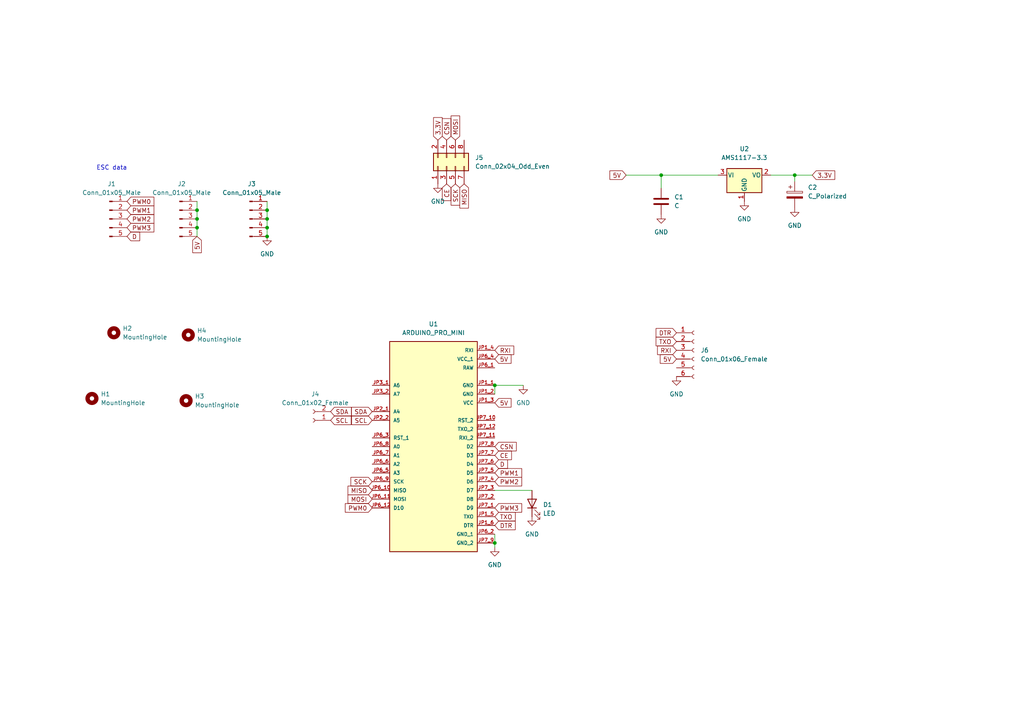
<source format=kicad_sch>
(kicad_sch (version 20211123) (generator eeschema)

  (uuid ad1fd26e-29dc-4c9e-a752-f9de72e44417)

  (paper "A4")

  (lib_symbols
    (symbol "ARDUINO_PRO_MINI:ARDUINO_PRO_MINI" (pin_names (offset 1.016)) (in_bom yes) (on_board yes)
      (property "Reference" "U" (id 0) (at -12.7 31.75 0)
        (effects (font (size 1.27 1.27)) (justify left bottom))
      )
      (property "Value" "ARDUINO_PRO_MINI" (id 1) (at -12.7 -33.02 0)
        (effects (font (size 1.27 1.27)) (justify left bottom))
      )
      (property "Footprint" "MODULE_ARDUINO_PRO_MINI" (id 2) (at 0 0 0)
        (effects (font (size 1.27 1.27)) (justify bottom) hide)
      )
      (property "Datasheet" "" (id 3) (at 0 0 0)
        (effects (font (size 1.27 1.27)) hide)
      )
      (property "PARTREV" "N/A" (id 4) (at 0 0 0)
        (effects (font (size 1.27 1.27)) (justify bottom) hide)
      )
      (property "MAXIMUM_PACKAGE_HEIGHT" "N/A" (id 5) (at 0 0 0)
        (effects (font (size 1.27 1.27)) (justify bottom) hide)
      )
      (property "MANUFACTURER" "SparkFun Electronics" (id 6) (at 0 0 0)
        (effects (font (size 1.27 1.27)) (justify bottom) hide)
      )
      (property "STANDARD" "Manufacturer Recommendations" (id 7) (at 0 0 0)
        (effects (font (size 1.27 1.27)) (justify bottom) hide)
      )
      (symbol "ARDUINO_PRO_MINI_0_0"
        (rectangle (start -12.7 -30.48) (end 12.7 30.48)
          (stroke (width 0.254) (type default) (color 0 0 0 0))
          (fill (type background))
        )
        (pin input line (at 17.78 17.78 180) (length 5.08)
          (name "GND" (effects (font (size 1.016 1.016))))
          (number "JP1_1" (effects (font (size 1.016 1.016))))
        )
        (pin bidirectional line (at 17.78 15.24 180) (length 5.08)
          (name "GND" (effects (font (size 1.016 1.016))))
          (number "JP1_2" (effects (font (size 1.016 1.016))))
        )
        (pin bidirectional line (at 17.78 12.7 180) (length 5.08)
          (name "VCC" (effects (font (size 1.016 1.016))))
          (number "JP1_3" (effects (font (size 1.016 1.016))))
        )
        (pin power_in line (at 17.78 27.94 180) (length 5.08)
          (name "RXI" (effects (font (size 1.016 1.016))))
          (number "JP1_4" (effects (font (size 1.016 1.016))))
        )
        (pin power_in line (at 17.78 -20.32 180) (length 5.08)
          (name "TXO" (effects (font (size 1.016 1.016))))
          (number "JP1_5" (effects (font (size 1.016 1.016))))
        )
        (pin power_in line (at 17.78 -22.86 180) (length 5.08)
          (name "DTR" (effects (font (size 1.016 1.016))))
          (number "JP1_6" (effects (font (size 1.016 1.016))))
        )
        (pin bidirectional line (at -17.78 10.16 0) (length 5.08)
          (name "A4" (effects (font (size 1.016 1.016))))
          (number "JP2_1" (effects (font (size 1.016 1.016))))
        )
        (pin bidirectional line (at -17.78 7.62 0) (length 5.08)
          (name "A5" (effects (font (size 1.016 1.016))))
          (number "JP2_2" (effects (font (size 1.016 1.016))))
        )
        (pin input line (at -17.78 17.78 0) (length 5.08)
          (name "A6" (effects (font (size 1.016 1.016))))
          (number "JP3_1" (effects (font (size 1.016 1.016))))
        )
        (pin input line (at -17.78 15.24 0) (length 5.08)
          (name "A7" (effects (font (size 1.016 1.016))))
          (number "JP3_2" (effects (font (size 1.016 1.016))))
        )
        (pin power_in line (at 17.78 22.86 180) (length 5.08)
          (name "RAW" (effects (font (size 1.016 1.016))))
          (number "JP6_1" (effects (font (size 1.016 1.016))))
        )
        (pin bidirectional line (at -17.78 -12.7 0) (length 5.08)
          (name "MISO" (effects (font (size 1.016 1.016))))
          (number "JP6_10" (effects (font (size 1.016 1.016))))
        )
        (pin bidirectional line (at -17.78 -15.24 0) (length 5.08)
          (name "MOSI" (effects (font (size 1.016 1.016))))
          (number "JP6_11" (effects (font (size 1.016 1.016))))
        )
        (pin bidirectional line (at -17.78 -17.78 0) (length 5.08)
          (name "D10" (effects (font (size 1.016 1.016))))
          (number "JP6_12" (effects (font (size 1.016 1.016))))
        )
        (pin power_in line (at 17.78 -25.4 180) (length 5.08)
          (name "GND_1" (effects (font (size 1.016 1.016))))
          (number "JP6_2" (effects (font (size 1.016 1.016))))
        )
        (pin input line (at -17.78 2.54 0) (length 5.08)
          (name "RST_1" (effects (font (size 1.016 1.016))))
          (number "JP6_3" (effects (font (size 1.016 1.016))))
        )
        (pin power_in line (at 17.78 25.4 180) (length 5.08)
          (name "VCC_1" (effects (font (size 1.016 1.016))))
          (number "JP6_4" (effects (font (size 1.016 1.016))))
        )
        (pin bidirectional line (at -17.78 -7.62 0) (length 5.08)
          (name "A3" (effects (font (size 1.016 1.016))))
          (number "JP6_5" (effects (font (size 1.016 1.016))))
        )
        (pin bidirectional line (at -17.78 -5.08 0) (length 5.08)
          (name "A2" (effects (font (size 1.016 1.016))))
          (number "JP6_6" (effects (font (size 1.016 1.016))))
        )
        (pin bidirectional line (at -17.78 -2.54 0) (length 5.08)
          (name "A1" (effects (font (size 1.016 1.016))))
          (number "JP6_7" (effects (font (size 1.016 1.016))))
        )
        (pin bidirectional line (at -17.78 0 0) (length 5.08)
          (name "A0" (effects (font (size 1.016 1.016))))
          (number "JP6_8" (effects (font (size 1.016 1.016))))
        )
        (pin bidirectional line (at -17.78 -10.16 0) (length 5.08)
          (name "SCK" (effects (font (size 1.016 1.016))))
          (number "JP6_9" (effects (font (size 1.016 1.016))))
        )
        (pin bidirectional line (at 17.78 -17.78 180) (length 5.08)
          (name "D9" (effects (font (size 1.016 1.016))))
          (number "JP7_1" (effects (font (size 1.016 1.016))))
        )
        (pin input line (at 17.78 7.62 180) (length 5.08)
          (name "RST_2" (effects (font (size 1.016 1.016))))
          (number "JP7_10" (effects (font (size 1.016 1.016))))
        )
        (pin bidirectional line (at 17.78 2.54 180) (length 5.08)
          (name "RXI_2" (effects (font (size 1.016 1.016))))
          (number "JP7_11" (effects (font (size 1.016 1.016))))
        )
        (pin bidirectional line (at 17.78 5.08 180) (length 5.08)
          (name "TXO_2" (effects (font (size 1.016 1.016))))
          (number "JP7_12" (effects (font (size 1.016 1.016))))
        )
        (pin bidirectional line (at 17.78 -15.24 180) (length 5.08)
          (name "D8" (effects (font (size 1.016 1.016))))
          (number "JP7_2" (effects (font (size 1.016 1.016))))
        )
        (pin bidirectional line (at 17.78 -12.7 180) (length 5.08)
          (name "D7" (effects (font (size 1.016 1.016))))
          (number "JP7_3" (effects (font (size 1.016 1.016))))
        )
        (pin bidirectional line (at 17.78 -10.16 180) (length 5.08)
          (name "D6" (effects (font (size 1.016 1.016))))
          (number "JP7_4" (effects (font (size 1.016 1.016))))
        )
        (pin bidirectional line (at 17.78 -7.62 180) (length 5.08)
          (name "D5" (effects (font (size 1.016 1.016))))
          (number "JP7_5" (effects (font (size 1.016 1.016))))
        )
        (pin bidirectional line (at 17.78 -5.08 180) (length 5.08)
          (name "D4" (effects (font (size 1.016 1.016))))
          (number "JP7_6" (effects (font (size 1.016 1.016))))
        )
        (pin bidirectional line (at 17.78 -2.54 180) (length 5.08)
          (name "D3" (effects (font (size 1.016 1.016))))
          (number "JP7_7" (effects (font (size 1.016 1.016))))
        )
        (pin bidirectional line (at 17.78 0 180) (length 5.08)
          (name "D2" (effects (font (size 1.016 1.016))))
          (number "JP7_8" (effects (font (size 1.016 1.016))))
        )
        (pin power_in line (at 17.78 -27.94 180) (length 5.08)
          (name "GND_2" (effects (font (size 1.016 1.016))))
          (number "JP7_9" (effects (font (size 1.016 1.016))))
        )
      )
    )
    (symbol "Connector:Conn_01x02_Female" (pin_names (offset 1.016) hide) (in_bom yes) (on_board yes)
      (property "Reference" "J" (id 0) (at 0 2.54 0)
        (effects (font (size 1.27 1.27)))
      )
      (property "Value" "Conn_01x02_Female" (id 1) (at 0 -5.08 0)
        (effects (font (size 1.27 1.27)))
      )
      (property "Footprint" "" (id 2) (at 0 0 0)
        (effects (font (size 1.27 1.27)) hide)
      )
      (property "Datasheet" "~" (id 3) (at 0 0 0)
        (effects (font (size 1.27 1.27)) hide)
      )
      (property "ki_keywords" "connector" (id 4) (at 0 0 0)
        (effects (font (size 1.27 1.27)) hide)
      )
      (property "ki_description" "Generic connector, single row, 01x02, script generated (kicad-library-utils/schlib/autogen/connector/)" (id 5) (at 0 0 0)
        (effects (font (size 1.27 1.27)) hide)
      )
      (property "ki_fp_filters" "Connector*:*_1x??_*" (id 6) (at 0 0 0)
        (effects (font (size 1.27 1.27)) hide)
      )
      (symbol "Conn_01x02_Female_1_1"
        (arc (start 0 -2.032) (mid -0.508 -2.54) (end 0 -3.048)
          (stroke (width 0.1524) (type default) (color 0 0 0 0))
          (fill (type none))
        )
        (polyline
          (pts
            (xy -1.27 -2.54)
            (xy -0.508 -2.54)
          )
          (stroke (width 0.1524) (type default) (color 0 0 0 0))
          (fill (type none))
        )
        (polyline
          (pts
            (xy -1.27 0)
            (xy -0.508 0)
          )
          (stroke (width 0.1524) (type default) (color 0 0 0 0))
          (fill (type none))
        )
        (arc (start 0 0.508) (mid -0.508 0) (end 0 -0.508)
          (stroke (width 0.1524) (type default) (color 0 0 0 0))
          (fill (type none))
        )
        (pin passive line (at -5.08 0 0) (length 3.81)
          (name "Pin_1" (effects (font (size 1.27 1.27))))
          (number "1" (effects (font (size 1.27 1.27))))
        )
        (pin passive line (at -5.08 -2.54 0) (length 3.81)
          (name "Pin_2" (effects (font (size 1.27 1.27))))
          (number "2" (effects (font (size 1.27 1.27))))
        )
      )
    )
    (symbol "Connector:Conn_01x05_Male" (pin_names (offset 1.016) hide) (in_bom yes) (on_board yes)
      (property "Reference" "J" (id 0) (at 0 7.62 0)
        (effects (font (size 1.27 1.27)))
      )
      (property "Value" "Conn_01x05_Male" (id 1) (at 0 -7.62 0)
        (effects (font (size 1.27 1.27)))
      )
      (property "Footprint" "" (id 2) (at 0 0 0)
        (effects (font (size 1.27 1.27)) hide)
      )
      (property "Datasheet" "~" (id 3) (at 0 0 0)
        (effects (font (size 1.27 1.27)) hide)
      )
      (property "ki_keywords" "connector" (id 4) (at 0 0 0)
        (effects (font (size 1.27 1.27)) hide)
      )
      (property "ki_description" "Generic connector, single row, 01x05, script generated (kicad-library-utils/schlib/autogen/connector/)" (id 5) (at 0 0 0)
        (effects (font (size 1.27 1.27)) hide)
      )
      (property "ki_fp_filters" "Connector*:*_1x??_*" (id 6) (at 0 0 0)
        (effects (font (size 1.27 1.27)) hide)
      )
      (symbol "Conn_01x05_Male_1_1"
        (polyline
          (pts
            (xy 1.27 -5.08)
            (xy 0.8636 -5.08)
          )
          (stroke (width 0.1524) (type default) (color 0 0 0 0))
          (fill (type none))
        )
        (polyline
          (pts
            (xy 1.27 -2.54)
            (xy 0.8636 -2.54)
          )
          (stroke (width 0.1524) (type default) (color 0 0 0 0))
          (fill (type none))
        )
        (polyline
          (pts
            (xy 1.27 0)
            (xy 0.8636 0)
          )
          (stroke (width 0.1524) (type default) (color 0 0 0 0))
          (fill (type none))
        )
        (polyline
          (pts
            (xy 1.27 2.54)
            (xy 0.8636 2.54)
          )
          (stroke (width 0.1524) (type default) (color 0 0 0 0))
          (fill (type none))
        )
        (polyline
          (pts
            (xy 1.27 5.08)
            (xy 0.8636 5.08)
          )
          (stroke (width 0.1524) (type default) (color 0 0 0 0))
          (fill (type none))
        )
        (rectangle (start 0.8636 -4.953) (end 0 -5.207)
          (stroke (width 0.1524) (type default) (color 0 0 0 0))
          (fill (type outline))
        )
        (rectangle (start 0.8636 -2.413) (end 0 -2.667)
          (stroke (width 0.1524) (type default) (color 0 0 0 0))
          (fill (type outline))
        )
        (rectangle (start 0.8636 0.127) (end 0 -0.127)
          (stroke (width 0.1524) (type default) (color 0 0 0 0))
          (fill (type outline))
        )
        (rectangle (start 0.8636 2.667) (end 0 2.413)
          (stroke (width 0.1524) (type default) (color 0 0 0 0))
          (fill (type outline))
        )
        (rectangle (start 0.8636 5.207) (end 0 4.953)
          (stroke (width 0.1524) (type default) (color 0 0 0 0))
          (fill (type outline))
        )
        (pin passive line (at 5.08 5.08 180) (length 3.81)
          (name "Pin_1" (effects (font (size 1.27 1.27))))
          (number "1" (effects (font (size 1.27 1.27))))
        )
        (pin passive line (at 5.08 2.54 180) (length 3.81)
          (name "Pin_2" (effects (font (size 1.27 1.27))))
          (number "2" (effects (font (size 1.27 1.27))))
        )
        (pin passive line (at 5.08 0 180) (length 3.81)
          (name "Pin_3" (effects (font (size 1.27 1.27))))
          (number "3" (effects (font (size 1.27 1.27))))
        )
        (pin passive line (at 5.08 -2.54 180) (length 3.81)
          (name "Pin_4" (effects (font (size 1.27 1.27))))
          (number "4" (effects (font (size 1.27 1.27))))
        )
        (pin passive line (at 5.08 -5.08 180) (length 3.81)
          (name "Pin_5" (effects (font (size 1.27 1.27))))
          (number "5" (effects (font (size 1.27 1.27))))
        )
      )
    )
    (symbol "Connector:Conn_01x06_Female" (pin_names (offset 1.016) hide) (in_bom yes) (on_board yes)
      (property "Reference" "J" (id 0) (at 0 7.62 0)
        (effects (font (size 1.27 1.27)))
      )
      (property "Value" "Conn_01x06_Female" (id 1) (at 0 -10.16 0)
        (effects (font (size 1.27 1.27)))
      )
      (property "Footprint" "" (id 2) (at 0 0 0)
        (effects (font (size 1.27 1.27)) hide)
      )
      (property "Datasheet" "~" (id 3) (at 0 0 0)
        (effects (font (size 1.27 1.27)) hide)
      )
      (property "ki_keywords" "connector" (id 4) (at 0 0 0)
        (effects (font (size 1.27 1.27)) hide)
      )
      (property "ki_description" "Generic connector, single row, 01x06, script generated (kicad-library-utils/schlib/autogen/connector/)" (id 5) (at 0 0 0)
        (effects (font (size 1.27 1.27)) hide)
      )
      (property "ki_fp_filters" "Connector*:*_1x??_*" (id 6) (at 0 0 0)
        (effects (font (size 1.27 1.27)) hide)
      )
      (symbol "Conn_01x06_Female_1_1"
        (arc (start 0 -7.112) (mid -0.508 -7.62) (end 0 -8.128)
          (stroke (width 0.1524) (type default) (color 0 0 0 0))
          (fill (type none))
        )
        (arc (start 0 -4.572) (mid -0.508 -5.08) (end 0 -5.588)
          (stroke (width 0.1524) (type default) (color 0 0 0 0))
          (fill (type none))
        )
        (arc (start 0 -2.032) (mid -0.508 -2.54) (end 0 -3.048)
          (stroke (width 0.1524) (type default) (color 0 0 0 0))
          (fill (type none))
        )
        (polyline
          (pts
            (xy -1.27 -7.62)
            (xy -0.508 -7.62)
          )
          (stroke (width 0.1524) (type default) (color 0 0 0 0))
          (fill (type none))
        )
        (polyline
          (pts
            (xy -1.27 -5.08)
            (xy -0.508 -5.08)
          )
          (stroke (width 0.1524) (type default) (color 0 0 0 0))
          (fill (type none))
        )
        (polyline
          (pts
            (xy -1.27 -2.54)
            (xy -0.508 -2.54)
          )
          (stroke (width 0.1524) (type default) (color 0 0 0 0))
          (fill (type none))
        )
        (polyline
          (pts
            (xy -1.27 0)
            (xy -0.508 0)
          )
          (stroke (width 0.1524) (type default) (color 0 0 0 0))
          (fill (type none))
        )
        (polyline
          (pts
            (xy -1.27 2.54)
            (xy -0.508 2.54)
          )
          (stroke (width 0.1524) (type default) (color 0 0 0 0))
          (fill (type none))
        )
        (polyline
          (pts
            (xy -1.27 5.08)
            (xy -0.508 5.08)
          )
          (stroke (width 0.1524) (type default) (color 0 0 0 0))
          (fill (type none))
        )
        (arc (start 0 0.508) (mid -0.508 0) (end 0 -0.508)
          (stroke (width 0.1524) (type default) (color 0 0 0 0))
          (fill (type none))
        )
        (arc (start 0 3.048) (mid -0.508 2.54) (end 0 2.032)
          (stroke (width 0.1524) (type default) (color 0 0 0 0))
          (fill (type none))
        )
        (arc (start 0 5.588) (mid -0.508 5.08) (end 0 4.572)
          (stroke (width 0.1524) (type default) (color 0 0 0 0))
          (fill (type none))
        )
        (pin passive line (at -5.08 5.08 0) (length 3.81)
          (name "Pin_1" (effects (font (size 1.27 1.27))))
          (number "1" (effects (font (size 1.27 1.27))))
        )
        (pin passive line (at -5.08 2.54 0) (length 3.81)
          (name "Pin_2" (effects (font (size 1.27 1.27))))
          (number "2" (effects (font (size 1.27 1.27))))
        )
        (pin passive line (at -5.08 0 0) (length 3.81)
          (name "Pin_3" (effects (font (size 1.27 1.27))))
          (number "3" (effects (font (size 1.27 1.27))))
        )
        (pin passive line (at -5.08 -2.54 0) (length 3.81)
          (name "Pin_4" (effects (font (size 1.27 1.27))))
          (number "4" (effects (font (size 1.27 1.27))))
        )
        (pin passive line (at -5.08 -5.08 0) (length 3.81)
          (name "Pin_5" (effects (font (size 1.27 1.27))))
          (number "5" (effects (font (size 1.27 1.27))))
        )
        (pin passive line (at -5.08 -7.62 0) (length 3.81)
          (name "Pin_6" (effects (font (size 1.27 1.27))))
          (number "6" (effects (font (size 1.27 1.27))))
        )
      )
    )
    (symbol "Connector_Generic:Conn_02x04_Odd_Even" (pin_names (offset 1.016) hide) (in_bom yes) (on_board yes)
      (property "Reference" "J" (id 0) (at 1.27 5.08 0)
        (effects (font (size 1.27 1.27)))
      )
      (property "Value" "Conn_02x04_Odd_Even" (id 1) (at 1.27 -7.62 0)
        (effects (font (size 1.27 1.27)))
      )
      (property "Footprint" "" (id 2) (at 0 0 0)
        (effects (font (size 1.27 1.27)) hide)
      )
      (property "Datasheet" "~" (id 3) (at 0 0 0)
        (effects (font (size 1.27 1.27)) hide)
      )
      (property "ki_keywords" "connector" (id 4) (at 0 0 0)
        (effects (font (size 1.27 1.27)) hide)
      )
      (property "ki_description" "Generic connector, double row, 02x04, odd/even pin numbering scheme (row 1 odd numbers, row 2 even numbers), script generated (kicad-library-utils/schlib/autogen/connector/)" (id 5) (at 0 0 0)
        (effects (font (size 1.27 1.27)) hide)
      )
      (property "ki_fp_filters" "Connector*:*_2x??_*" (id 6) (at 0 0 0)
        (effects (font (size 1.27 1.27)) hide)
      )
      (symbol "Conn_02x04_Odd_Even_1_1"
        (rectangle (start -1.27 -4.953) (end 0 -5.207)
          (stroke (width 0.1524) (type default) (color 0 0 0 0))
          (fill (type none))
        )
        (rectangle (start -1.27 -2.413) (end 0 -2.667)
          (stroke (width 0.1524) (type default) (color 0 0 0 0))
          (fill (type none))
        )
        (rectangle (start -1.27 0.127) (end 0 -0.127)
          (stroke (width 0.1524) (type default) (color 0 0 0 0))
          (fill (type none))
        )
        (rectangle (start -1.27 2.667) (end 0 2.413)
          (stroke (width 0.1524) (type default) (color 0 0 0 0))
          (fill (type none))
        )
        (rectangle (start -1.27 3.81) (end 3.81 -6.35)
          (stroke (width 0.254) (type default) (color 0 0 0 0))
          (fill (type background))
        )
        (rectangle (start 3.81 -4.953) (end 2.54 -5.207)
          (stroke (width 0.1524) (type default) (color 0 0 0 0))
          (fill (type none))
        )
        (rectangle (start 3.81 -2.413) (end 2.54 -2.667)
          (stroke (width 0.1524) (type default) (color 0 0 0 0))
          (fill (type none))
        )
        (rectangle (start 3.81 0.127) (end 2.54 -0.127)
          (stroke (width 0.1524) (type default) (color 0 0 0 0))
          (fill (type none))
        )
        (rectangle (start 3.81 2.667) (end 2.54 2.413)
          (stroke (width 0.1524) (type default) (color 0 0 0 0))
          (fill (type none))
        )
        (pin passive line (at -5.08 2.54 0) (length 3.81)
          (name "Pin_1" (effects (font (size 1.27 1.27))))
          (number "1" (effects (font (size 1.27 1.27))))
        )
        (pin passive line (at 7.62 2.54 180) (length 3.81)
          (name "Pin_2" (effects (font (size 1.27 1.27))))
          (number "2" (effects (font (size 1.27 1.27))))
        )
        (pin passive line (at -5.08 0 0) (length 3.81)
          (name "Pin_3" (effects (font (size 1.27 1.27))))
          (number "3" (effects (font (size 1.27 1.27))))
        )
        (pin passive line (at 7.62 0 180) (length 3.81)
          (name "Pin_4" (effects (font (size 1.27 1.27))))
          (number "4" (effects (font (size 1.27 1.27))))
        )
        (pin passive line (at -5.08 -2.54 0) (length 3.81)
          (name "Pin_5" (effects (font (size 1.27 1.27))))
          (number "5" (effects (font (size 1.27 1.27))))
        )
        (pin passive line (at 7.62 -2.54 180) (length 3.81)
          (name "Pin_6" (effects (font (size 1.27 1.27))))
          (number "6" (effects (font (size 1.27 1.27))))
        )
        (pin passive line (at -5.08 -5.08 0) (length 3.81)
          (name "Pin_7" (effects (font (size 1.27 1.27))))
          (number "7" (effects (font (size 1.27 1.27))))
        )
        (pin passive line (at 7.62 -5.08 180) (length 3.81)
          (name "Pin_8" (effects (font (size 1.27 1.27))))
          (number "8" (effects (font (size 1.27 1.27))))
        )
      )
    )
    (symbol "Device:C" (pin_numbers hide) (pin_names (offset 0.254)) (in_bom yes) (on_board yes)
      (property "Reference" "C" (id 0) (at 0.635 2.54 0)
        (effects (font (size 1.27 1.27)) (justify left))
      )
      (property "Value" "C" (id 1) (at 0.635 -2.54 0)
        (effects (font (size 1.27 1.27)) (justify left))
      )
      (property "Footprint" "" (id 2) (at 0.9652 -3.81 0)
        (effects (font (size 1.27 1.27)) hide)
      )
      (property "Datasheet" "~" (id 3) (at 0 0 0)
        (effects (font (size 1.27 1.27)) hide)
      )
      (property "ki_keywords" "cap capacitor" (id 4) (at 0 0 0)
        (effects (font (size 1.27 1.27)) hide)
      )
      (property "ki_description" "Unpolarized capacitor" (id 5) (at 0 0 0)
        (effects (font (size 1.27 1.27)) hide)
      )
      (property "ki_fp_filters" "C_*" (id 6) (at 0 0 0)
        (effects (font (size 1.27 1.27)) hide)
      )
      (symbol "C_0_1"
        (polyline
          (pts
            (xy -2.032 -0.762)
            (xy 2.032 -0.762)
          )
          (stroke (width 0.508) (type default) (color 0 0 0 0))
          (fill (type none))
        )
        (polyline
          (pts
            (xy -2.032 0.762)
            (xy 2.032 0.762)
          )
          (stroke (width 0.508) (type default) (color 0 0 0 0))
          (fill (type none))
        )
      )
      (symbol "C_1_1"
        (pin passive line (at 0 3.81 270) (length 2.794)
          (name "~" (effects (font (size 1.27 1.27))))
          (number "1" (effects (font (size 1.27 1.27))))
        )
        (pin passive line (at 0 -3.81 90) (length 2.794)
          (name "~" (effects (font (size 1.27 1.27))))
          (number "2" (effects (font (size 1.27 1.27))))
        )
      )
    )
    (symbol "Device:C_Polarized" (pin_numbers hide) (pin_names (offset 0.254)) (in_bom yes) (on_board yes)
      (property "Reference" "C" (id 0) (at 0.635 2.54 0)
        (effects (font (size 1.27 1.27)) (justify left))
      )
      (property "Value" "C_Polarized" (id 1) (at 0.635 -2.54 0)
        (effects (font (size 1.27 1.27)) (justify left))
      )
      (property "Footprint" "" (id 2) (at 0.9652 -3.81 0)
        (effects (font (size 1.27 1.27)) hide)
      )
      (property "Datasheet" "~" (id 3) (at 0 0 0)
        (effects (font (size 1.27 1.27)) hide)
      )
      (property "ki_keywords" "cap capacitor" (id 4) (at 0 0 0)
        (effects (font (size 1.27 1.27)) hide)
      )
      (property "ki_description" "Polarized capacitor" (id 5) (at 0 0 0)
        (effects (font (size 1.27 1.27)) hide)
      )
      (property "ki_fp_filters" "CP_*" (id 6) (at 0 0 0)
        (effects (font (size 1.27 1.27)) hide)
      )
      (symbol "C_Polarized_0_1"
        (rectangle (start -2.286 0.508) (end 2.286 1.016)
          (stroke (width 0) (type default) (color 0 0 0 0))
          (fill (type none))
        )
        (polyline
          (pts
            (xy -1.778 2.286)
            (xy -0.762 2.286)
          )
          (stroke (width 0) (type default) (color 0 0 0 0))
          (fill (type none))
        )
        (polyline
          (pts
            (xy -1.27 2.794)
            (xy -1.27 1.778)
          )
          (stroke (width 0) (type default) (color 0 0 0 0))
          (fill (type none))
        )
        (rectangle (start 2.286 -0.508) (end -2.286 -1.016)
          (stroke (width 0) (type default) (color 0 0 0 0))
          (fill (type outline))
        )
      )
      (symbol "C_Polarized_1_1"
        (pin passive line (at 0 3.81 270) (length 2.794)
          (name "~" (effects (font (size 1.27 1.27))))
          (number "1" (effects (font (size 1.27 1.27))))
        )
        (pin passive line (at 0 -3.81 90) (length 2.794)
          (name "~" (effects (font (size 1.27 1.27))))
          (number "2" (effects (font (size 1.27 1.27))))
        )
      )
    )
    (symbol "Device:LED" (pin_numbers hide) (pin_names (offset 1.016) hide) (in_bom yes) (on_board yes)
      (property "Reference" "D" (id 0) (at 0 2.54 0)
        (effects (font (size 1.27 1.27)))
      )
      (property "Value" "LED" (id 1) (at 0 -2.54 0)
        (effects (font (size 1.27 1.27)))
      )
      (property "Footprint" "" (id 2) (at 0 0 0)
        (effects (font (size 1.27 1.27)) hide)
      )
      (property "Datasheet" "~" (id 3) (at 0 0 0)
        (effects (font (size 1.27 1.27)) hide)
      )
      (property "ki_keywords" "LED diode" (id 4) (at 0 0 0)
        (effects (font (size 1.27 1.27)) hide)
      )
      (property "ki_description" "Light emitting diode" (id 5) (at 0 0 0)
        (effects (font (size 1.27 1.27)) hide)
      )
      (property "ki_fp_filters" "LED* LED_SMD:* LED_THT:*" (id 6) (at 0 0 0)
        (effects (font (size 1.27 1.27)) hide)
      )
      (symbol "LED_0_1"
        (polyline
          (pts
            (xy -1.27 -1.27)
            (xy -1.27 1.27)
          )
          (stroke (width 0.254) (type default) (color 0 0 0 0))
          (fill (type none))
        )
        (polyline
          (pts
            (xy -1.27 0)
            (xy 1.27 0)
          )
          (stroke (width 0) (type default) (color 0 0 0 0))
          (fill (type none))
        )
        (polyline
          (pts
            (xy 1.27 -1.27)
            (xy 1.27 1.27)
            (xy -1.27 0)
            (xy 1.27 -1.27)
          )
          (stroke (width 0.254) (type default) (color 0 0 0 0))
          (fill (type none))
        )
        (polyline
          (pts
            (xy -3.048 -0.762)
            (xy -4.572 -2.286)
            (xy -3.81 -2.286)
            (xy -4.572 -2.286)
            (xy -4.572 -1.524)
          )
          (stroke (width 0) (type default) (color 0 0 0 0))
          (fill (type none))
        )
        (polyline
          (pts
            (xy -1.778 -0.762)
            (xy -3.302 -2.286)
            (xy -2.54 -2.286)
            (xy -3.302 -2.286)
            (xy -3.302 -1.524)
          )
          (stroke (width 0) (type default) (color 0 0 0 0))
          (fill (type none))
        )
      )
      (symbol "LED_1_1"
        (pin passive line (at -3.81 0 0) (length 2.54)
          (name "K" (effects (font (size 1.27 1.27))))
          (number "1" (effects (font (size 1.27 1.27))))
        )
        (pin passive line (at 3.81 0 180) (length 2.54)
          (name "A" (effects (font (size 1.27 1.27))))
          (number "2" (effects (font (size 1.27 1.27))))
        )
      )
    )
    (symbol "Mechanical:MountingHole" (pin_names (offset 1.016)) (in_bom yes) (on_board yes)
      (property "Reference" "H" (id 0) (at 0 5.08 0)
        (effects (font (size 1.27 1.27)))
      )
      (property "Value" "MountingHole" (id 1) (at 0 3.175 0)
        (effects (font (size 1.27 1.27)))
      )
      (property "Footprint" "" (id 2) (at 0 0 0)
        (effects (font (size 1.27 1.27)) hide)
      )
      (property "Datasheet" "~" (id 3) (at 0 0 0)
        (effects (font (size 1.27 1.27)) hide)
      )
      (property "ki_keywords" "mounting hole" (id 4) (at 0 0 0)
        (effects (font (size 1.27 1.27)) hide)
      )
      (property "ki_description" "Mounting Hole without connection" (id 5) (at 0 0 0)
        (effects (font (size 1.27 1.27)) hide)
      )
      (property "ki_fp_filters" "MountingHole*" (id 6) (at 0 0 0)
        (effects (font (size 1.27 1.27)) hide)
      )
      (symbol "MountingHole_0_1"
        (circle (center 0 0) (radius 1.27)
          (stroke (width 1.27) (type default) (color 0 0 0 0))
          (fill (type none))
        )
      )
    )
    (symbol "Regulator_Linear:AMS1117-3.3" (pin_names (offset 0.254)) (in_bom yes) (on_board yes)
      (property "Reference" "U" (id 0) (at -3.81 3.175 0)
        (effects (font (size 1.27 1.27)))
      )
      (property "Value" "AMS1117-3.3" (id 1) (at 0 3.175 0)
        (effects (font (size 1.27 1.27)) (justify left))
      )
      (property "Footprint" "Package_TO_SOT_SMD:SOT-223-3_TabPin2" (id 2) (at 0 5.08 0)
        (effects (font (size 1.27 1.27)) hide)
      )
      (property "Datasheet" "http://www.advanced-monolithic.com/pdf/ds1117.pdf" (id 3) (at 2.54 -6.35 0)
        (effects (font (size 1.27 1.27)) hide)
      )
      (property "ki_keywords" "linear regulator ldo fixed positive" (id 4) (at 0 0 0)
        (effects (font (size 1.27 1.27)) hide)
      )
      (property "ki_description" "1A Low Dropout regulator, positive, 3.3V fixed output, SOT-223" (id 5) (at 0 0 0)
        (effects (font (size 1.27 1.27)) hide)
      )
      (property "ki_fp_filters" "SOT?223*TabPin2*" (id 6) (at 0 0 0)
        (effects (font (size 1.27 1.27)) hide)
      )
      (symbol "AMS1117-3.3_0_1"
        (rectangle (start -5.08 -5.08) (end 5.08 1.905)
          (stroke (width 0.254) (type default) (color 0 0 0 0))
          (fill (type background))
        )
      )
      (symbol "AMS1117-3.3_1_1"
        (pin power_in line (at 0 -7.62 90) (length 2.54)
          (name "GND" (effects (font (size 1.27 1.27))))
          (number "1" (effects (font (size 1.27 1.27))))
        )
        (pin power_out line (at 7.62 0 180) (length 2.54)
          (name "VO" (effects (font (size 1.27 1.27))))
          (number "2" (effects (font (size 1.27 1.27))))
        )
        (pin power_in line (at -7.62 0 0) (length 2.54)
          (name "VI" (effects (font (size 1.27 1.27))))
          (number "3" (effects (font (size 1.27 1.27))))
        )
      )
    )
    (symbol "power:GND" (power) (pin_names (offset 0)) (in_bom yes) (on_board yes)
      (property "Reference" "#PWR" (id 0) (at 0 -6.35 0)
        (effects (font (size 1.27 1.27)) hide)
      )
      (property "Value" "GND" (id 1) (at 0 -3.81 0)
        (effects (font (size 1.27 1.27)))
      )
      (property "Footprint" "" (id 2) (at 0 0 0)
        (effects (font (size 1.27 1.27)) hide)
      )
      (property "Datasheet" "" (id 3) (at 0 0 0)
        (effects (font (size 1.27 1.27)) hide)
      )
      (property "ki_keywords" "power-flag" (id 4) (at 0 0 0)
        (effects (font (size 1.27 1.27)) hide)
      )
      (property "ki_description" "Power symbol creates a global label with name \"GND\" , ground" (id 5) (at 0 0 0)
        (effects (font (size 1.27 1.27)) hide)
      )
      (symbol "GND_0_1"
        (polyline
          (pts
            (xy 0 0)
            (xy 0 -1.27)
            (xy 1.27 -1.27)
            (xy 0 -2.54)
            (xy -1.27 -1.27)
            (xy 0 -1.27)
          )
          (stroke (width 0) (type default) (color 0 0 0 0))
          (fill (type none))
        )
      )
      (symbol "GND_1_1"
        (pin power_in line (at 0 0 270) (length 0) hide
          (name "GND" (effects (font (size 1.27 1.27))))
          (number "1" (effects (font (size 1.27 1.27))))
        )
      )
    )
  )

  (junction (at 77.47 68.58) (diameter 0) (color 0 0 0 0)
    (uuid 2408ae4f-df69-4f27-b984-d182c3bc25a1)
  )
  (junction (at 143.51 111.76) (diameter 0) (color 0 0 0 0)
    (uuid 417e4a6b-7de6-47e1-8bff-e256cac5d66f)
  )
  (junction (at 57.15 60.96) (diameter 0) (color 0 0 0 0)
    (uuid 5d6247a7-6bf5-44ac-a04e-54816c57e95f)
  )
  (junction (at 57.15 66.04) (diameter 0) (color 0 0 0 0)
    (uuid 5d75c2c7-49a1-4012-92a6-cc0db73c3f71)
  )
  (junction (at 77.47 60.96) (diameter 0) (color 0 0 0 0)
    (uuid 93329f6f-f8fb-4310-be3b-f98642f4538d)
  )
  (junction (at 77.47 63.5) (diameter 0) (color 0 0 0 0)
    (uuid b7bd9781-d8d0-4ff2-9430-f672c7475ea8)
  )
  (junction (at 191.77 50.8) (diameter 0) (color 0 0 0 0)
    (uuid cf08ec91-71de-4609-9655-35424d10c479)
  )
  (junction (at 143.51 157.48) (diameter 0) (color 0 0 0 0)
    (uuid e8f9e3c5-97d1-46da-9f88-fd7f9c0df608)
  )
  (junction (at 77.47 66.04) (diameter 0) (color 0 0 0 0)
    (uuid f21922d5-1e50-49ee-9534-4dd857b1756a)
  )
  (junction (at 57.15 63.5) (diameter 0) (color 0 0 0 0)
    (uuid f6f2fa9b-753c-40c0-8d37-b3599adb92b7)
  )
  (junction (at 230.505 50.8) (diameter 0) (color 0 0 0 0)
    (uuid fb15501a-1fa9-4a05-af7e-b321888d6324)
  )

  (wire (pts (xy 57.15 58.42) (xy 57.15 60.96))
    (stroke (width 0) (type default) (color 0 0 0 0))
    (uuid 27bef18e-799e-40fa-a91d-fa053bf43145)
  )
  (wire (pts (xy 230.505 50.8) (xy 235.585 50.8))
    (stroke (width 0) (type default) (color 0 0 0 0))
    (uuid 36ff62e6-dc9b-4fc4-a11d-22cee5533614)
  )
  (wire (pts (xy 77.47 58.42) (xy 77.47 60.96))
    (stroke (width 0) (type default) (color 0 0 0 0))
    (uuid 3ba52aae-75a1-4fac-8797-d9cb0b9abd13)
  )
  (wire (pts (xy 143.51 154.94) (xy 143.51 157.48))
    (stroke (width 0) (type default) (color 0 0 0 0))
    (uuid 3c901041-0911-4c51-a158-ec6c8c0a4e33)
  )
  (wire (pts (xy 143.51 157.48) (xy 143.51 158.75))
    (stroke (width 0) (type default) (color 0 0 0 0))
    (uuid 55699065-2ec1-449f-9db6-309b1439659c)
  )
  (wire (pts (xy 143.51 111.76) (xy 151.765 111.76))
    (stroke (width 0) (type default) (color 0 0 0 0))
    (uuid 6bbc0423-ce71-40db-931c-d638033afbd4)
  )
  (wire (pts (xy 191.77 50.8) (xy 191.77 54.61))
    (stroke (width 0) (type default) (color 0 0 0 0))
    (uuid 72c03d53-e9c5-43f1-80a1-a2aa35988730)
  )
  (wire (pts (xy 208.28 50.8) (xy 191.77 50.8))
    (stroke (width 0) (type default) (color 0 0 0 0))
    (uuid 762b1cc9-c7bd-4323-bd18-f1edffd02382)
  )
  (wire (pts (xy 57.15 63.5) (xy 57.15 66.04))
    (stroke (width 0) (type default) (color 0 0 0 0))
    (uuid 7cbdfdf8-bcb6-4575-a135-d3199fedca0f)
  )
  (wire (pts (xy 77.47 63.5) (xy 77.47 66.04))
    (stroke (width 0) (type default) (color 0 0 0 0))
    (uuid 86fd1b82-2d3e-4142-bb8d-1f9c75b1cbaa)
  )
  (wire (pts (xy 57.15 60.96) (xy 57.15 63.5))
    (stroke (width 0) (type default) (color 0 0 0 0))
    (uuid 95538070-7414-4337-b311-66d91e06b309)
  )
  (wire (pts (xy 143.51 142.24) (xy 154.305 142.24))
    (stroke (width 0) (type default) (color 0 0 0 0))
    (uuid 9d14df87-c0b3-4741-957b-ca5f561ae7d2)
  )
  (wire (pts (xy 57.15 66.04) (xy 57.15 68.58))
    (stroke (width 0) (type default) (color 0 0 0 0))
    (uuid dc0df10d-dfd9-49b4-9099-768a14a3f1f4)
  )
  (wire (pts (xy 223.52 50.8) (xy 230.505 50.8))
    (stroke (width 0) (type default) (color 0 0 0 0))
    (uuid e7f256b7-393d-4c76-9c5b-86bb893c9809)
  )
  (wire (pts (xy 230.505 50.8) (xy 230.505 52.705))
    (stroke (width 0) (type default) (color 0 0 0 0))
    (uuid e837324e-1d8a-4ede-9524-9acdb7d05cf8)
  )
  (wire (pts (xy 77.47 66.04) (xy 77.47 68.58))
    (stroke (width 0) (type default) (color 0 0 0 0))
    (uuid ecc33fe4-44a9-42a8-8b3c-8f4bc4776572)
  )
  (wire (pts (xy 77.47 60.96) (xy 77.47 63.5))
    (stroke (width 0) (type default) (color 0 0 0 0))
    (uuid f0e7d281-e439-4196-875a-5d7cfb4dcce2)
  )
  (wire (pts (xy 181.61 50.8) (xy 191.77 50.8))
    (stroke (width 0) (type default) (color 0 0 0 0))
    (uuid f4c8daad-d6f9-4eb9-b96a-7fadc323a519)
  )
  (wire (pts (xy 143.51 114.3) (xy 143.51 111.76))
    (stroke (width 0) (type default) (color 0 0 0 0))
    (uuid f5574685-bf46-41e5-8dbc-0e63a7e0d0af)
  )

  (text "ESC data" (at 27.94 49.53 0)
    (effects (font (size 1.27 1.27)) (justify left bottom))
    (uuid 267e73ab-96aa-424a-886e-c29d2394f389)
  )

  (global_label "MOSI" (shape input) (at 107.95 144.78 180) (fields_autoplaced)
    (effects (font (size 1.27 1.27)) (justify right))
    (uuid 03399f78-94ea-4ea0-a64a-16dc7cb23c7b)
    (property "Intersheet References" "${INTERSHEET_REFS}" (id 0) (at 100.9407 144.8594 0)
      (effects (font (size 1.27 1.27)) (justify right) hide)
    )
  )
  (global_label "PWM0" (shape input) (at 36.83 58.42 0) (fields_autoplaced)
    (effects (font (size 1.27 1.27)) (justify left))
    (uuid 087e2b52-8c43-43a2-ba5f-bad958fbf945)
    (property "Intersheet References" "${INTERSHEET_REFS}" (id 0) (at 44.6255 58.3406 0)
      (effects (font (size 1.27 1.27)) (justify left) hide)
    )
  )
  (global_label "DTR" (shape input) (at 143.51 152.4 0) (fields_autoplaced)
    (effects (font (size 1.27 1.27)) (justify left))
    (uuid 1bc07ab4-5ba9-4cff-ad30-6fb049be3b62)
    (property "Intersheet References" "${INTERSHEET_REFS}" (id 0) (at 149.4307 152.4794 0)
      (effects (font (size 1.27 1.27)) (justify left) hide)
    )
  )
  (global_label "3.3V" (shape input) (at 127 40.64 90) (fields_autoplaced)
    (effects (font (size 1.27 1.27)) (justify left))
    (uuid 253c9900-653e-4b33-a648-425713755320)
    (property "Intersheet References" "${INTERSHEET_REFS}" (id 0) (at 126.9206 34.1145 90)
      (effects (font (size 1.27 1.27)) (justify left) hide)
    )
  )
  (global_label "SCL" (shape input) (at 95.885 121.92 0) (fields_autoplaced)
    (effects (font (size 1.27 1.27)) (justify left))
    (uuid 25a552da-e22c-4de5-b517-bcdc28a1225c)
    (property "Intersheet References" "${INTERSHEET_REFS}" (id 0) (at 101.8057 121.8406 0)
      (effects (font (size 1.27 1.27)) (justify left) hide)
    )
  )
  (global_label "PWM3" (shape input) (at 36.83 66.04 0) (fields_autoplaced)
    (effects (font (size 1.27 1.27)) (justify left))
    (uuid 31f7c406-1892-4f58-a7b7-9d5ec8861afe)
    (property "Intersheet References" "${INTERSHEET_REFS}" (id 0) (at 44.6255 65.9606 0)
      (effects (font (size 1.27 1.27)) (justify left) hide)
    )
  )
  (global_label "RXI" (shape input) (at 196.215 101.6 180) (fields_autoplaced)
    (effects (font (size 1.27 1.27)) (justify right))
    (uuid 35dae89c-be1e-4cf4-90e5-e1ab4da2e22d)
    (property "Intersheet References" "${INTERSHEET_REFS}" (id 0) (at 190.7176 101.5206 0)
      (effects (font (size 1.27 1.27)) (justify right) hide)
    )
  )
  (global_label "5V" (shape input) (at 196.215 104.14 180) (fields_autoplaced)
    (effects (font (size 1.27 1.27)) (justify right))
    (uuid 379b2035-10ec-4b1e-be6b-aab980edc75c)
    (property "Intersheet References" "${INTERSHEET_REFS}" (id 0) (at 191.5038 104.0606 0)
      (effects (font (size 1.27 1.27)) (justify right) hide)
    )
  )
  (global_label "5V" (shape input) (at 143.51 104.14 0) (fields_autoplaced)
    (effects (font (size 1.27 1.27)) (justify left))
    (uuid 38c8af62-9be2-4e4a-8cee-ecfeaf760fbf)
    (property "Intersheet References" "${INTERSHEET_REFS}" (id 0) (at 148.2212 104.2194 0)
      (effects (font (size 1.27 1.27)) (justify left) hide)
    )
  )
  (global_label "5V" (shape input) (at 57.15 68.58 270) (fields_autoplaced)
    (effects (font (size 1.27 1.27)) (justify right))
    (uuid 3fe2b3b0-c10a-4fbc-8c70-4347fb2b50d7)
    (property "Intersheet References" "${INTERSHEET_REFS}" (id 0) (at 57.0706 73.2912 90)
      (effects (font (size 1.27 1.27)) (justify right) hide)
    )
  )
  (global_label "PWM3" (shape input) (at 143.51 147.32 0) (fields_autoplaced)
    (effects (font (size 1.27 1.27)) (justify left))
    (uuid 40f36a68-7efc-486b-87ac-20e6c48c27d1)
    (property "Intersheet References" "${INTERSHEET_REFS}" (id 0) (at 151.3055 147.2406 0)
      (effects (font (size 1.27 1.27)) (justify left) hide)
    )
  )
  (global_label "RXI" (shape input) (at 143.51 101.6 0) (fields_autoplaced)
    (effects (font (size 1.27 1.27)) (justify left))
    (uuid 45a08627-204a-499f-bb44-e363c5e6322e)
    (property "Intersheet References" "${INTERSHEET_REFS}" (id 0) (at 149.0074 101.6794 0)
      (effects (font (size 1.27 1.27)) (justify left) hide)
    )
  )
  (global_label "3.3V" (shape input) (at 235.585 50.8 0) (fields_autoplaced)
    (effects (font (size 1.27 1.27)) (justify left))
    (uuid 55176487-081e-4dd9-a61c-787aec5b4e12)
    (property "Intersheet References" "${INTERSHEET_REFS}" (id 0) (at 242.1105 50.7206 0)
      (effects (font (size 1.27 1.27)) (justify left) hide)
    )
  )
  (global_label "TXO" (shape input) (at 143.51 149.86 0) (fields_autoplaced)
    (effects (font (size 1.27 1.27)) (justify left))
    (uuid 5cf837e5-1f2a-4df9-ab74-361f868957a8)
    (property "Intersheet References" "${INTERSHEET_REFS}" (id 0) (at 149.4307 149.9394 0)
      (effects (font (size 1.27 1.27)) (justify left) hide)
    )
  )
  (global_label "SCL" (shape input) (at 107.95 121.92 180) (fields_autoplaced)
    (effects (font (size 1.27 1.27)) (justify right))
    (uuid 6d6dc57c-fea9-4cea-ac8e-e0e6becfe2f8)
    (property "Intersheet References" "${INTERSHEET_REFS}" (id 0) (at 102.0293 121.8406 0)
      (effects (font (size 1.27 1.27)) (justify right) hide)
    )
  )
  (global_label "SDA" (shape input) (at 107.95 119.38 180) (fields_autoplaced)
    (effects (font (size 1.27 1.27)) (justify right))
    (uuid 76b63333-879c-46d0-8b3d-9e3f7c916260)
    (property "Intersheet References" "${INTERSHEET_REFS}" (id 0) (at 101.9688 119.3006 0)
      (effects (font (size 1.27 1.27)) (justify right) hide)
    )
  )
  (global_label "PWM1" (shape input) (at 36.83 60.96 0) (fields_autoplaced)
    (effects (font (size 1.27 1.27)) (justify left))
    (uuid 8a0e8847-e184-49cc-a24d-d2c603bbf330)
    (property "Intersheet References" "${INTERSHEET_REFS}" (id 0) (at 44.6255 60.8806 0)
      (effects (font (size 1.27 1.27)) (justify left) hide)
    )
  )
  (global_label "CSN" (shape input) (at 129.54 40.64 90) (fields_autoplaced)
    (effects (font (size 1.27 1.27)) (justify left))
    (uuid 8b902bae-42b0-4e5e-a746-b9cc6472c8b2)
    (property "Intersheet References" "${INTERSHEET_REFS}" (id 0) (at 129.4606 34.4169 90)
      (effects (font (size 1.27 1.27)) (justify left) hide)
    )
  )
  (global_label "5V" (shape input) (at 143.51 116.84 0) (fields_autoplaced)
    (effects (font (size 1.27 1.27)) (justify left))
    (uuid 8de6fa4d-6df6-4923-8d9e-93821ac876a9)
    (property "Intersheet References" "${INTERSHEET_REFS}" (id 0) (at 148.2212 116.9194 0)
      (effects (font (size 1.27 1.27)) (justify left) hide)
    )
  )
  (global_label "5V" (shape input) (at 181.61 50.8 180) (fields_autoplaced)
    (effects (font (size 1.27 1.27)) (justify right))
    (uuid 8e0c5f74-aaaf-4d3b-971b-f683d756dbed)
    (property "Intersheet References" "${INTERSHEET_REFS}" (id 0) (at 176.8988 50.7206 0)
      (effects (font (size 1.27 1.27)) (justify right) hide)
    )
  )
  (global_label "MOSI" (shape input) (at 132.08 40.64 90) (fields_autoplaced)
    (effects (font (size 1.27 1.27)) (justify left))
    (uuid 91455e07-0536-4538-ae08-7610841312a1)
    (property "Intersheet References" "${INTERSHEET_REFS}" (id 0) (at 132.0006 33.6307 90)
      (effects (font (size 1.27 1.27)) (justify left) hide)
    )
  )
  (global_label "MISO" (shape input) (at 107.95 142.24 180) (fields_autoplaced)
    (effects (font (size 1.27 1.27)) (justify right))
    (uuid 945531ca-5d30-4739-a779-04b16db9fdc9)
    (property "Intersheet References" "${INTERSHEET_REFS}" (id 0) (at 100.9407 142.1606 0)
      (effects (font (size 1.27 1.27)) (justify right) hide)
    )
  )
  (global_label "SCK" (shape input) (at 132.08 53.34 270) (fields_autoplaced)
    (effects (font (size 1.27 1.27)) (justify right))
    (uuid 95658206-7a01-4613-a8fe-529d482ac3ef)
    (property "Intersheet References" "${INTERSHEET_REFS}" (id 0) (at 132.0006 59.5026 90)
      (effects (font (size 1.27 1.27)) (justify right) hide)
    )
  )
  (global_label "TXO" (shape input) (at 196.215 99.06 180) (fields_autoplaced)
    (effects (font (size 1.27 1.27)) (justify right))
    (uuid 9942c69e-a6e0-4a55-81ed-21a9a791ce8a)
    (property "Intersheet References" "${INTERSHEET_REFS}" (id 0) (at 190.2943 98.9806 0)
      (effects (font (size 1.27 1.27)) (justify right) hide)
    )
  )
  (global_label "SDA" (shape input) (at 95.885 119.38 0) (fields_autoplaced)
    (effects (font (size 1.27 1.27)) (justify left))
    (uuid 9c62d7ab-ba70-4c95-a99c-5217fa623a39)
    (property "Intersheet References" "${INTERSHEET_REFS}" (id 0) (at 101.8662 119.4594 0)
      (effects (font (size 1.27 1.27)) (justify left) hide)
    )
  )
  (global_label "MISO" (shape input) (at 134.62 53.34 270) (fields_autoplaced)
    (effects (font (size 1.27 1.27)) (justify right))
    (uuid 9f590663-3f00-4b2b-9242-c37d0654492b)
    (property "Intersheet References" "${INTERSHEET_REFS}" (id 0) (at 134.5406 60.3493 90)
      (effects (font (size 1.27 1.27)) (justify right) hide)
    )
  )
  (global_label "SCK" (shape input) (at 107.95 139.7 180) (fields_autoplaced)
    (effects (font (size 1.27 1.27)) (justify right))
    (uuid a6fed983-f5b8-4c0a-8f80-e73d8f884696)
    (property "Intersheet References" "${INTERSHEET_REFS}" (id 0) (at 101.7874 139.6206 0)
      (effects (font (size 1.27 1.27)) (justify right) hide)
    )
  )
  (global_label "PWM1" (shape input) (at 143.51 137.16 0) (fields_autoplaced)
    (effects (font (size 1.27 1.27)) (justify left))
    (uuid adf92c4d-c2f3-4a54-ba95-d75bb3ae4139)
    (property "Intersheet References" "${INTERSHEET_REFS}" (id 0) (at 151.3055 137.0806 0)
      (effects (font (size 1.27 1.27)) (justify left) hide)
    )
  )
  (global_label "PWM2" (shape input) (at 36.83 63.5 0) (fields_autoplaced)
    (effects (font (size 1.27 1.27)) (justify left))
    (uuid c054e61c-7bbe-4cff-af94-7a3fc75403e3)
    (property "Intersheet References" "${INTERSHEET_REFS}" (id 0) (at 44.6255 63.4206 0)
      (effects (font (size 1.27 1.27)) (justify left) hide)
    )
  )
  (global_label "D" (shape input) (at 36.83 68.58 0) (fields_autoplaced)
    (effects (font (size 1.27 1.27)) (justify left))
    (uuid dca6cdf9-0080-4896-95f0-6370387489a0)
    (property "Intersheet References" "${INTERSHEET_REFS}" (id 0) (at 40.5131 68.5006 0)
      (effects (font (size 1.27 1.27)) (justify left) hide)
    )
  )
  (global_label "DTR" (shape input) (at 196.215 96.52 180) (fields_autoplaced)
    (effects (font (size 1.27 1.27)) (justify right))
    (uuid de7af5e5-47a3-40e1-bae6-dcb4307723b6)
    (property "Intersheet References" "${INTERSHEET_REFS}" (id 0) (at 190.2943 96.4406 0)
      (effects (font (size 1.27 1.27)) (justify right) hide)
    )
  )
  (global_label "CSN" (shape input) (at 143.51 129.54 0) (fields_autoplaced)
    (effects (font (size 1.27 1.27)) (justify left))
    (uuid df6c45ba-5f7a-41cb-935f-45f7f106f14d)
    (property "Intersheet References" "${INTERSHEET_REFS}" (id 0) (at 149.7331 129.4606 0)
      (effects (font (size 1.27 1.27)) (justify left) hide)
    )
  )
  (global_label "PWM2" (shape input) (at 143.51 139.7 0) (fields_autoplaced)
    (effects (font (size 1.27 1.27)) (justify left))
    (uuid e3d598d7-f307-4aa1-861e-42af6e7e8c40)
    (property "Intersheet References" "${INTERSHEET_REFS}" (id 0) (at 151.3055 139.6206 0)
      (effects (font (size 1.27 1.27)) (justify left) hide)
    )
  )
  (global_label "CE" (shape input) (at 143.51 132.08 0) (fields_autoplaced)
    (effects (font (size 1.27 1.27)) (justify left))
    (uuid ec007fa5-cd46-4313-b8cd-e614b7769365)
    (property "Intersheet References" "${INTERSHEET_REFS}" (id 0) (at 148.3421 132.1594 0)
      (effects (font (size 1.27 1.27)) (justify left) hide)
    )
  )
  (global_label "D" (shape input) (at 143.51 134.62 0) (fields_autoplaced)
    (effects (font (size 1.27 1.27)) (justify left))
    (uuid edaf90ff-1676-4b30-84cc-5e9e5a176282)
    (property "Intersheet References" "${INTERSHEET_REFS}" (id 0) (at 147.1931 134.5406 0)
      (effects (font (size 1.27 1.27)) (justify left) hide)
    )
  )
  (global_label "CE" (shape input) (at 129.54 53.34 270) (fields_autoplaced)
    (effects (font (size 1.27 1.27)) (justify right))
    (uuid f756260d-deac-4747-ba90-804860dc6ee8)
    (property "Intersheet References" "${INTERSHEET_REFS}" (id 0) (at 129.4606 58.1721 90)
      (effects (font (size 1.27 1.27)) (justify right) hide)
    )
  )
  (global_label "PWM0" (shape input) (at 107.95 147.32 180) (fields_autoplaced)
    (effects (font (size 1.27 1.27)) (justify right))
    (uuid ff6bcb42-ee77-457d-bb03-5ac2977dcfb4)
    (property "Intersheet References" "${INTERSHEET_REFS}" (id 0) (at 100.1545 147.3994 0)
      (effects (font (size 1.27 1.27)) (justify right) hide)
    )
  )

  (symbol (lib_id "Mechanical:MountingHole") (at 33.02 96.52 0) (unit 1)
    (in_bom yes) (on_board yes) (fields_autoplaced)
    (uuid 0af85097-e40a-457a-b589-0d5da31d469c)
    (property "Reference" "H2" (id 0) (at 35.56 95.2499 0)
      (effects (font (size 1.27 1.27)) (justify left))
    )
    (property "Value" "MountingHole" (id 1) (at 35.56 97.7899 0)
      (effects (font (size 1.27 1.27)) (justify left))
    )
    (property "Footprint" "MountingHole:MountingHole_2mm" (id 2) (at 33.02 96.52 0)
      (effects (font (size 1.27 1.27)) hide)
    )
    (property "Datasheet" "~" (id 3) (at 33.02 96.52 0)
      (effects (font (size 1.27 1.27)) hide)
    )
  )

  (symbol (lib_id "Device:LED") (at 154.305 146.05 90) (unit 1)
    (in_bom yes) (on_board yes) (fields_autoplaced)
    (uuid 0e8a9aaa-0c18-480c-bc74-21f0ce30336f)
    (property "Reference" "D1" (id 0) (at 157.48 146.3674 90)
      (effects (font (size 1.27 1.27)) (justify right))
    )
    (property "Value" "LED" (id 1) (at 157.48 148.9074 90)
      (effects (font (size 1.27 1.27)) (justify right))
    )
    (property "Footprint" "LED_THT:LED_D5.0mm" (id 2) (at 154.305 146.05 0)
      (effects (font (size 1.27 1.27)) hide)
    )
    (property "Datasheet" "~" (id 3) (at 154.305 146.05 0)
      (effects (font (size 1.27 1.27)) hide)
    )
    (pin "1" (uuid 8dd850de-f982-4f15-9c1e-967c253231db))
    (pin "2" (uuid bbaef726-cdf7-44c7-bedc-e2cd7245ec12))
  )

  (symbol (lib_id "Connector:Conn_01x05_Male") (at 52.07 63.5 0) (unit 1)
    (in_bom yes) (on_board yes) (fields_autoplaced)
    (uuid 1668dc73-3cd8-4c88-bd2d-cdaeb2c40bd6)
    (property "Reference" "J2" (id 0) (at 52.705 53.34 0))
    (property "Value" "Conn_01x05_Male" (id 1) (at 52.705 55.88 0))
    (property "Footprint" "Connector_PinHeader_2.54mm:PinHeader_1x05_P2.54mm_Vertical" (id 2) (at 52.07 63.5 0)
      (effects (font (size 1.27 1.27)) hide)
    )
    (property "Datasheet" "~" (id 3) (at 52.07 63.5 0)
      (effects (font (size 1.27 1.27)) hide)
    )
    (pin "1" (uuid 2fc10812-899c-4e62-928e-fec9ac430c79))
    (pin "2" (uuid 4d494cd9-84f6-4cf7-95c3-bfb34b8efd0e))
    (pin "3" (uuid a06cab92-1dcf-48df-923a-bc1d6f51399b))
    (pin "4" (uuid a38f15e7-e2ab-4595-8841-856723982c54))
    (pin "5" (uuid 07bed855-ad58-4a48-8a63-c776e0c60814))
  )

  (symbol (lib_id "Connector:Conn_01x05_Male") (at 72.39 63.5 0) (unit 1)
    (in_bom yes) (on_board yes) (fields_autoplaced)
    (uuid 191f5d9d-683e-42d6-b957-9966f2780db8)
    (property "Reference" "J3" (id 0) (at 73.025 53.34 0))
    (property "Value" "Conn_01x05_Male" (id 1) (at 73.025 55.88 0))
    (property "Footprint" "Connector_PinHeader_2.54mm:PinHeader_1x05_P2.54mm_Vertical" (id 2) (at 72.39 63.5 0)
      (effects (font (size 1.27 1.27)) hide)
    )
    (property "Datasheet" "~" (id 3) (at 72.39 63.5 0)
      (effects (font (size 1.27 1.27)) hide)
    )
    (pin "1" (uuid 7c09aad4-b856-4f00-98bd-245162193bfc))
    (pin "2" (uuid d5d83c83-def8-4509-8c8d-3dab7c908398))
    (pin "3" (uuid 28b0e723-9add-4857-9e04-8b22c8c7e4b0))
    (pin "4" (uuid 4548384e-3326-43a8-ad44-c6ce3bbde1dc))
    (pin "5" (uuid a28e8e8b-1823-45fc-9dd4-d14f267129af))
  )

  (symbol (lib_id "power:GND") (at 230.505 60.325 0) (unit 1)
    (in_bom yes) (on_board yes) (fields_autoplaced)
    (uuid 269c5bd6-7bc7-46fd-ab9c-9c45c4e0fc7f)
    (property "Reference" "#PWR0107" (id 0) (at 230.505 66.675 0)
      (effects (font (size 1.27 1.27)) hide)
    )
    (property "Value" "GND" (id 1) (at 230.505 65.405 0))
    (property "Footprint" "" (id 2) (at 230.505 60.325 0)
      (effects (font (size 1.27 1.27)) hide)
    )
    (property "Datasheet" "" (id 3) (at 230.505 60.325 0)
      (effects (font (size 1.27 1.27)) hide)
    )
    (pin "1" (uuid 9109f52f-64af-404a-8e3d-d670166f874c))
  )

  (symbol (lib_id "power:GND") (at 151.765 111.76 0) (unit 1)
    (in_bom yes) (on_board yes) (fields_autoplaced)
    (uuid 32fbe034-b719-44b9-b1d5-878c07e5cea1)
    (property "Reference" "#PWR0108" (id 0) (at 151.765 118.11 0)
      (effects (font (size 1.27 1.27)) hide)
    )
    (property "Value" "GND" (id 1) (at 151.765 116.84 0))
    (property "Footprint" "" (id 2) (at 151.765 111.76 0)
      (effects (font (size 1.27 1.27)) hide)
    )
    (property "Datasheet" "" (id 3) (at 151.765 111.76 0)
      (effects (font (size 1.27 1.27)) hide)
    )
    (pin "1" (uuid f7e6c303-0167-450f-b8e6-03883266cd07))
  )

  (symbol (lib_id "Connector:Conn_01x05_Male") (at 31.75 63.5 0) (unit 1)
    (in_bom yes) (on_board yes) (fields_autoplaced)
    (uuid 49b25a1a-2ff9-4051-af08-9aad2b3df18d)
    (property "Reference" "J1" (id 0) (at 32.385 53.34 0))
    (property "Value" "Conn_01x05_Male" (id 1) (at 32.385 55.88 0))
    (property "Footprint" "Connector_PinHeader_2.54mm:PinHeader_1x05_P2.54mm_Vertical" (id 2) (at 31.75 63.5 0)
      (effects (font (size 1.27 1.27)) hide)
    )
    (property "Datasheet" "~" (id 3) (at 31.75 63.5 0)
      (effects (font (size 1.27 1.27)) hide)
    )
    (pin "1" (uuid 9a75d77f-4089-40e2-a5f4-73c94eabc5b4))
    (pin "2" (uuid 7d91d599-2efb-4711-97d4-a0f410863624))
    (pin "3" (uuid 94acd728-cf1b-433d-81b6-56792233fcaf))
    (pin "4" (uuid 3aa767f6-53dc-4750-a156-f2e880202a03))
    (pin "5" (uuid 9818ac81-fa63-4ffb-9749-664c809a5613))
  )

  (symbol (lib_id "Connector:Conn_01x06_Female") (at 201.295 101.6 0) (unit 1)
    (in_bom yes) (on_board yes) (fields_autoplaced)
    (uuid 4d3af0e1-1f45-434c-9cf7-57c0b32f0872)
    (property "Reference" "J6" (id 0) (at 203.2 101.5999 0)
      (effects (font (size 1.27 1.27)) (justify left))
    )
    (property "Value" "Conn_01x06_Female" (id 1) (at 203.2 104.1399 0)
      (effects (font (size 1.27 1.27)) (justify left))
    )
    (property "Footprint" "Connector_PinHeader_2.54mm:PinHeader_1x06_P2.54mm_Vertical" (id 2) (at 201.295 101.6 0)
      (effects (font (size 1.27 1.27)) hide)
    )
    (property "Datasheet" "~" (id 3) (at 201.295 101.6 0)
      (effects (font (size 1.27 1.27)) hide)
    )
    (pin "1" (uuid 97db35f0-c1f9-4d2f-be55-856a80ae7c07))
    (pin "2" (uuid 6568d944-2ded-4fb0-92d4-1fc23c0e33f7))
    (pin "3" (uuid 4a422155-2643-45ac-bd3d-01f825213247))
    (pin "4" (uuid 3c165fff-e8fa-4b13-91d3-cf3103c00b69))
    (pin "5" (uuid 710eb01e-172d-4e8a-b6fc-9964c9f4a466))
    (pin "6" (uuid 1943a9ef-89de-4ff6-a0f8-74c99f7bcda1))
  )

  (symbol (lib_id "power:GND") (at 215.9 58.42 0) (unit 1)
    (in_bom yes) (on_board yes) (fields_autoplaced)
    (uuid 4f67b148-eb0e-4afc-a37a-f469d53a77c5)
    (property "Reference" "#PWR0103" (id 0) (at 215.9 64.77 0)
      (effects (font (size 1.27 1.27)) hide)
    )
    (property "Value" "GND" (id 1) (at 215.9 63.5 0))
    (property "Footprint" "" (id 2) (at 215.9 58.42 0)
      (effects (font (size 1.27 1.27)) hide)
    )
    (property "Datasheet" "" (id 3) (at 215.9 58.42 0)
      (effects (font (size 1.27 1.27)) hide)
    )
    (pin "1" (uuid 2ede773b-6186-47f0-81fa-a1dd7555f1cd))
  )

  (symbol (lib_id "power:GND") (at 77.47 68.58 0) (unit 1)
    (in_bom yes) (on_board yes) (fields_autoplaced)
    (uuid 505f4601-d6e9-4334-ac70-b272ddb131ef)
    (property "Reference" "#PWR0101" (id 0) (at 77.47 74.93 0)
      (effects (font (size 1.27 1.27)) hide)
    )
    (property "Value" "GND" (id 1) (at 77.47 73.66 0))
    (property "Footprint" "" (id 2) (at 77.47 68.58 0)
      (effects (font (size 1.27 1.27)) hide)
    )
    (property "Datasheet" "" (id 3) (at 77.47 68.58 0)
      (effects (font (size 1.27 1.27)) hide)
    )
    (pin "1" (uuid 4d02e71c-d98b-4b66-a2a4-446bfe7dd301))
  )

  (symbol (lib_id "power:GND") (at 191.77 62.23 0) (unit 1)
    (in_bom yes) (on_board yes) (fields_autoplaced)
    (uuid 7f1bdcf3-c788-4785-9e4d-12c457dc6fa0)
    (property "Reference" "#PWR0102" (id 0) (at 191.77 68.58 0)
      (effects (font (size 1.27 1.27)) hide)
    )
    (property "Value" "GND" (id 1) (at 191.77 67.31 0))
    (property "Footprint" "" (id 2) (at 191.77 62.23 0)
      (effects (font (size 1.27 1.27)) hide)
    )
    (property "Datasheet" "" (id 3) (at 191.77 62.23 0)
      (effects (font (size 1.27 1.27)) hide)
    )
    (pin "1" (uuid b316e3c8-bb33-42da-a77c-f12f880267e5))
  )

  (symbol (lib_id "Connector_Generic:Conn_02x04_Odd_Even") (at 129.54 48.26 90) (unit 1)
    (in_bom yes) (on_board yes) (fields_autoplaced)
    (uuid 8002692b-cfb8-4eaa-bc24-d17de803ea93)
    (property "Reference" "J5" (id 0) (at 137.795 45.7199 90)
      (effects (font (size 1.27 1.27)) (justify right))
    )
    (property "Value" "Conn_02x04_Odd_Even" (id 1) (at 137.795 48.2599 90)
      (effects (font (size 1.27 1.27)) (justify right))
    )
    (property "Footprint" "Connector_PinHeader_2.54mm:PinHeader_2x04_P2.54mm_Vertical" (id 2) (at 129.54 48.26 0)
      (effects (font (size 1.27 1.27)) hide)
    )
    (property "Datasheet" "~" (id 3) (at 129.54 48.26 0)
      (effects (font (size 1.27 1.27)) hide)
    )
    (pin "1" (uuid 5be7a096-ebd2-490e-a24e-5b9580a961b6))
    (pin "2" (uuid 33f5973f-fa2c-4266-9a37-84153729dce8))
    (pin "3" (uuid 7693fc50-7b44-4ffe-8ee3-fdb095fc5f0b))
    (pin "4" (uuid f04f1360-8a70-451e-8136-a6e08a1f94a3))
    (pin "5" (uuid f1b76335-2411-4d37-a5f6-4f2c2e994497))
    (pin "6" (uuid 8d8600a3-fefa-4f67-be2e-10dc75203ad4))
    (pin "7" (uuid c2646ca7-c0fd-487c-93d7-0b09cbb7059f))
    (pin "8" (uuid fc03b5f3-e36d-4916-981a-dcc355c1a14e))
  )

  (symbol (lib_id "power:GND") (at 154.305 149.86 0) (unit 1)
    (in_bom yes) (on_board yes) (fields_autoplaced)
    (uuid 8fcb9562-fe28-4dc4-95a9-f1d1dbb0b90d)
    (property "Reference" "#PWR0109" (id 0) (at 154.305 156.21 0)
      (effects (font (size 1.27 1.27)) hide)
    )
    (property "Value" "GND" (id 1) (at 154.305 154.94 0))
    (property "Footprint" "" (id 2) (at 154.305 149.86 0)
      (effects (font (size 1.27 1.27)) hide)
    )
    (property "Datasheet" "" (id 3) (at 154.305 149.86 0)
      (effects (font (size 1.27 1.27)) hide)
    )
    (pin "1" (uuid bc12c0fc-05da-4c43-b53c-89c0d9cab343))
  )

  (symbol (lib_id "Mechanical:MountingHole") (at 26.67 115.57 0) (unit 1)
    (in_bom yes) (on_board yes) (fields_autoplaced)
    (uuid abbb0163-8549-43f4-88d9-dae6425d7da7)
    (property "Reference" "H1" (id 0) (at 29.21 114.2999 0)
      (effects (font (size 1.27 1.27)) (justify left))
    )
    (property "Value" "MountingHole" (id 1) (at 29.21 116.8399 0)
      (effects (font (size 1.27 1.27)) (justify left))
    )
    (property "Footprint" "MountingHole:MountingHole_2mm" (id 2) (at 26.67 115.57 0)
      (effects (font (size 1.27 1.27)) hide)
    )
    (property "Datasheet" "~" (id 3) (at 26.67 115.57 0)
      (effects (font (size 1.27 1.27)) hide)
    )
  )

  (symbol (lib_id "power:GND") (at 196.215 109.22 0) (unit 1)
    (in_bom yes) (on_board yes) (fields_autoplaced)
    (uuid ba2bb034-e864-4982-a33e-9663e4c4f8eb)
    (property "Reference" "#PWR0104" (id 0) (at 196.215 115.57 0)
      (effects (font (size 1.27 1.27)) hide)
    )
    (property "Value" "GND" (id 1) (at 196.215 114.3 0))
    (property "Footprint" "" (id 2) (at 196.215 109.22 0)
      (effects (font (size 1.27 1.27)) hide)
    )
    (property "Datasheet" "" (id 3) (at 196.215 109.22 0)
      (effects (font (size 1.27 1.27)) hide)
    )
    (pin "1" (uuid c51c9015-2e34-4481-861f-91a2b0e2e2e4))
  )

  (symbol (lib_id "Device:C_Polarized") (at 230.505 56.515 0) (unit 1)
    (in_bom yes) (on_board yes) (fields_autoplaced)
    (uuid be43972f-d6e0-400e-beba-924f90e0db7e)
    (property "Reference" "C2" (id 0) (at 234.315 54.3559 0)
      (effects (font (size 1.27 1.27)) (justify left))
    )
    (property "Value" "C_Polarized" (id 1) (at 234.315 56.8959 0)
      (effects (font (size 1.27 1.27)) (justify left))
    )
    (property "Footprint" "Capacitor_THT:CP_Radial_D5.0mm_P2.00mm" (id 2) (at 231.4702 60.325 0)
      (effects (font (size 1.27 1.27)) hide)
    )
    (property "Datasheet" "~" (id 3) (at 230.505 56.515 0)
      (effects (font (size 1.27 1.27)) hide)
    )
    (pin "1" (uuid 979ec218-50ad-4088-8c7e-7deded88220c))
    (pin "2" (uuid d83000ec-36b9-4d6f-a2c1-68457fb81aa5))
  )

  (symbol (lib_id "power:GND") (at 127 53.34 0) (unit 1)
    (in_bom yes) (on_board yes) (fields_autoplaced)
    (uuid c3a69a2c-7234-4940-a905-715fa08b9205)
    (property "Reference" "#PWR0105" (id 0) (at 127 59.69 0)
      (effects (font (size 1.27 1.27)) hide)
    )
    (property "Value" "GND" (id 1) (at 127 58.42 0))
    (property "Footprint" "" (id 2) (at 127 53.34 0)
      (effects (font (size 1.27 1.27)) hide)
    )
    (property "Datasheet" "" (id 3) (at 127 53.34 0)
      (effects (font (size 1.27 1.27)) hide)
    )
    (pin "1" (uuid 05c706c9-152c-4f13-9212-62229e0f8cbc))
  )

  (symbol (lib_id "power:GND") (at 143.51 158.75 0) (unit 1)
    (in_bom yes) (on_board yes) (fields_autoplaced)
    (uuid d0948d54-cdc7-42bf-86c8-bb82b7e69e39)
    (property "Reference" "#PWR0106" (id 0) (at 143.51 165.1 0)
      (effects (font (size 1.27 1.27)) hide)
    )
    (property "Value" "GND" (id 1) (at 143.51 163.83 0))
    (property "Footprint" "" (id 2) (at 143.51 158.75 0)
      (effects (font (size 1.27 1.27)) hide)
    )
    (property "Datasheet" "" (id 3) (at 143.51 158.75 0)
      (effects (font (size 1.27 1.27)) hide)
    )
    (pin "1" (uuid ae641555-df99-4d25-9cf9-5dd5c072218d))
  )

  (symbol (lib_id "Connector:Conn_01x02_Female") (at 90.805 121.92 180) (unit 1)
    (in_bom yes) (on_board yes) (fields_autoplaced)
    (uuid e58c7528-5867-4a25-96ea-95345b4b8f89)
    (property "Reference" "J4" (id 0) (at 91.44 114.3 0))
    (property "Value" "Conn_01x02_Female" (id 1) (at 91.44 116.84 0))
    (property "Footprint" "Connector_PinHeader_2.54mm:PinHeader_1x02_P2.54mm_Vertical" (id 2) (at 90.805 121.92 0)
      (effects (font (size 1.27 1.27)) hide)
    )
    (property "Datasheet" "~" (id 3) (at 90.805 121.92 0)
      (effects (font (size 1.27 1.27)) hide)
    )
    (pin "1" (uuid cc98f1db-acc7-4314-bef4-1a76c28eab13))
    (pin "2" (uuid caa6c47d-7b91-403a-9c09-67eab675370a))
  )

  (symbol (lib_id "Mechanical:MountingHole") (at 54.61 97.155 0) (unit 1)
    (in_bom yes) (on_board yes) (fields_autoplaced)
    (uuid e73a098b-5415-4742-b007-a70743a37221)
    (property "Reference" "H4" (id 0) (at 57.15 95.8849 0)
      (effects (font (size 1.27 1.27)) (justify left))
    )
    (property "Value" "MountingHole" (id 1) (at 57.15 98.4249 0)
      (effects (font (size 1.27 1.27)) (justify left))
    )
    (property "Footprint" "MountingHole:MountingHole_2mm" (id 2) (at 54.61 97.155 0)
      (effects (font (size 1.27 1.27)) hide)
    )
    (property "Datasheet" "~" (id 3) (at 54.61 97.155 0)
      (effects (font (size 1.27 1.27)) hide)
    )
  )

  (symbol (lib_id "Mechanical:MountingHole") (at 53.975 116.205 0) (unit 1)
    (in_bom yes) (on_board yes) (fields_autoplaced)
    (uuid ee64bb2b-220c-403f-aa6e-ff81b4fa9aae)
    (property "Reference" "H3" (id 0) (at 56.515 114.9349 0)
      (effects (font (size 1.27 1.27)) (justify left))
    )
    (property "Value" "MountingHole" (id 1) (at 56.515 117.4749 0)
      (effects (font (size 1.27 1.27)) (justify left))
    )
    (property "Footprint" "MountingHole:MountingHole_2mm" (id 2) (at 53.975 116.205 0)
      (effects (font (size 1.27 1.27)) hide)
    )
    (property "Datasheet" "~" (id 3) (at 53.975 116.205 0)
      (effects (font (size 1.27 1.27)) hide)
    )
  )

  (symbol (lib_id "Regulator_Linear:AMS1117-3.3") (at 215.9 50.8 0) (unit 1)
    (in_bom yes) (on_board yes) (fields_autoplaced)
    (uuid ef90cf38-cf39-4fc3-a072-c930e6d88c86)
    (property "Reference" "U2" (id 0) (at 215.9 43.18 0))
    (property "Value" "AMS1117-3.3" (id 1) (at 215.9 45.72 0))
    (property "Footprint" "Package_TO_SOT_SMD:SOT-223-3_TabPin2" (id 2) (at 215.9 45.72 0)
      (effects (font (size 1.27 1.27)) hide)
    )
    (property "Datasheet" "http://www.advanced-monolithic.com/pdf/ds1117.pdf" (id 3) (at 218.44 57.15 0)
      (effects (font (size 1.27 1.27)) hide)
    )
    (pin "1" (uuid 486bad92-33d3-4f5a-a218-2f329742c847))
    (pin "2" (uuid 96223542-8ef0-459e-88a1-8d789313ee79))
    (pin "3" (uuid a36de3f6-8375-40cd-9e67-f66c218ea598))
  )

  (symbol (lib_id "ARDUINO_PRO_MINI:ARDUINO_PRO_MINI") (at 125.73 129.54 0) (unit 1)
    (in_bom yes) (on_board yes) (fields_autoplaced)
    (uuid f35424bb-0adc-4475-8377-df1af1ebef80)
    (property "Reference" "U1" (id 0) (at 125.73 93.98 0))
    (property "Value" "ARDUINO_PRO_MINI" (id 1) (at 125.73 96.52 0))
    (property "Footprint" "ARDUINO_PRO_MINI:MODULE_ARDUINO_PRO_MINI" (id 2) (at 125.73 129.54 0)
      (effects (font (size 1.27 1.27)) (justify bottom) hide)
    )
    (property "Datasheet" "" (id 3) (at 125.73 129.54 0)
      (effects (font (size 1.27 1.27)) hide)
    )
    (property "PARTREV" "N/A" (id 4) (at 125.73 129.54 0)
      (effects (font (size 1.27 1.27)) (justify bottom) hide)
    )
    (property "MAXIMUM_PACKAGE_HEIGHT" "N/A" (id 5) (at 125.73 129.54 0)
      (effects (font (size 1.27 1.27)) (justify bottom) hide)
    )
    (property "MANUFACTURER" "SparkFun Electronics" (id 6) (at 125.73 129.54 0)
      (effects (font (size 1.27 1.27)) (justify bottom) hide)
    )
    (property "STANDARD" "Manufacturer Recommendations" (id 7) (at 125.73 129.54 0)
      (effects (font (size 1.27 1.27)) (justify bottom) hide)
    )
    (pin "JP1_1" (uuid 512ad047-e423-4017-b11a-9aa48682d3c4))
    (pin "JP1_2" (uuid 401e8af1-a883-4789-930e-db456e4bd609))
    (pin "JP1_3" (uuid 8a532230-ac6b-41fc-b88a-8b9e1164cf23))
    (pin "JP1_4" (uuid 0dfe0767-2caa-4612-9b4b-4bad14d503b8))
    (pin "JP1_5" (uuid e890019b-57db-4bfa-89ed-30d7cde01d34))
    (pin "JP1_6" (uuid b47f2444-54cd-4a02-b810-8ef9ce923dc2))
    (pin "JP2_1" (uuid 36ca3101-a5f7-4289-b881-35e5c2444c9c))
    (pin "JP2_2" (uuid 76830afc-6444-42a5-bb85-917929068736))
    (pin "JP3_1" (uuid bc5eed1f-242c-42cb-9837-75110785c295))
    (pin "JP3_2" (uuid 98b2af49-a0af-461e-ae10-8094f662877e))
    (pin "JP6_1" (uuid 0e34c8e0-28b7-4b9b-b012-7266ffc629b6))
    (pin "JP6_10" (uuid 34a261f6-c5c0-4561-a751-33e04d47b496))
    (pin "JP6_11" (uuid 9b98262b-fd9e-4900-8f9c-2bea224acf7a))
    (pin "JP6_12" (uuid 25860636-1627-47aa-8069-e76d3386fbd4))
    (pin "JP6_2" (uuid ee7a75c6-7162-45a3-8df2-f769e62b1ee8))
    (pin "JP6_3" (uuid 9352d136-af61-4e83-b590-010ac5ab1de9))
    (pin "JP6_4" (uuid fc560211-73de-4d71-806a-91fc854831fe))
    (pin "JP6_5" (uuid e220d673-98f3-4db0-a96c-83be45a1d115))
    (pin "JP6_6" (uuid 1b6d779b-15a2-4207-99be-0e929f7f296f))
    (pin "JP6_7" (uuid db4fff49-1b65-4631-96c0-fb0ed1439bd7))
    (pin "JP6_8" (uuid 34107e4d-a0ee-49d3-ae14-6ba8b0da5cc2))
    (pin "JP6_9" (uuid 4a4618f4-f6b9-455a-9e18-febfe1effe95))
    (pin "JP7_1" (uuid f6811db6-d565-4c93-904c-02c7cc87cabd))
    (pin "JP7_10" (uuid 132ff8ad-0cd9-4a6c-8923-859dd83ffd74))
    (pin "JP7_11" (uuid eb00fc2b-7219-4ec5-9f9c-c1b7ab494b95))
    (pin "JP7_12" (uuid bdd063d9-b559-4641-bde2-aebcc57baba5))
    (pin "JP7_2" (uuid 4a8016f5-8f02-41e8-a83f-4754ff7fd103))
    (pin "JP7_3" (uuid 359f6aa7-166f-4814-9058-1f687ab236c7))
    (pin "JP7_4" (uuid 45759f80-6010-4671-bc20-f742e5fe8bb3))
    (pin "JP7_5" (uuid 4c91dbc5-4be4-485f-9964-e569af6c395d))
    (pin "JP7_6" (uuid 98708938-b043-400e-8795-2507d8352810))
    (pin "JP7_7" (uuid c2a86890-4d12-4b6c-a520-07a993ecdbb1))
    (pin "JP7_8" (uuid 0e362426-8a10-42da-b420-a5d47311cdf8))
    (pin "JP7_9" (uuid c3e17694-0d04-49bc-b539-fd87b4eda0d0))
  )

  (symbol (lib_id "Device:C") (at 191.77 58.42 0) (unit 1)
    (in_bom yes) (on_board yes) (fields_autoplaced)
    (uuid f3a5aae7-672b-4c80-b283-8e391fcf1f75)
    (property "Reference" "C1" (id 0) (at 195.58 57.1499 0)
      (effects (font (size 1.27 1.27)) (justify left))
    )
    (property "Value" "C" (id 1) (at 195.58 59.6899 0)
      (effects (font (size 1.27 1.27)) (justify left))
    )
    (property "Footprint" "Capacitor_THT:C_Disc_D5.1mm_W3.2mm_P5.00mm" (id 2) (at 192.7352 62.23 0)
      (effects (font (size 1.27 1.27)) hide)
    )
    (property "Datasheet" "~" (id 3) (at 191.77 58.42 0)
      (effects (font (size 1.27 1.27)) hide)
    )
    (pin "1" (uuid c2fd650e-1b0f-4060-a152-e6dc42017589))
    (pin "2" (uuid 9e03c13a-2bd2-4be5-bfea-dd78e49c6a16))
  )

  (sheet_instances
    (path "/" (page "1"))
  )

  (symbol_instances
    (path "/505f4601-d6e9-4334-ac70-b272ddb131ef"
      (reference "#PWR0101") (unit 1) (value "GND") (footprint "")
    )
    (path "/7f1bdcf3-c788-4785-9e4d-12c457dc6fa0"
      (reference "#PWR0102") (unit 1) (value "GND") (footprint "")
    )
    (path "/4f67b148-eb0e-4afc-a37a-f469d53a77c5"
      (reference "#PWR0103") (unit 1) (value "GND") (footprint "")
    )
    (path "/ba2bb034-e864-4982-a33e-9663e4c4f8eb"
      (reference "#PWR0104") (unit 1) (value "GND") (footprint "")
    )
    (path "/c3a69a2c-7234-4940-a905-715fa08b9205"
      (reference "#PWR0105") (unit 1) (value "GND") (footprint "")
    )
    (path "/d0948d54-cdc7-42bf-86c8-bb82b7e69e39"
      (reference "#PWR0106") (unit 1) (value "GND") (footprint "")
    )
    (path "/269c5bd6-7bc7-46fd-ab9c-9c45c4e0fc7f"
      (reference "#PWR0107") (unit 1) (value "GND") (footprint "")
    )
    (path "/32fbe034-b719-44b9-b1d5-878c07e5cea1"
      (reference "#PWR0108") (unit 1) (value "GND") (footprint "")
    )
    (path "/8fcb9562-fe28-4dc4-95a9-f1d1dbb0b90d"
      (reference "#PWR0109") (unit 1) (value "GND") (footprint "")
    )
    (path "/f3a5aae7-672b-4c80-b283-8e391fcf1f75"
      (reference "C1") (unit 1) (value "C") (footprint "Capacitor_THT:C_Disc_D5.1mm_W3.2mm_P5.00mm")
    )
    (path "/be43972f-d6e0-400e-beba-924f90e0db7e"
      (reference "C2") (unit 1) (value "C_Polarized") (footprint "Capacitor_THT:CP_Radial_D5.0mm_P2.00mm")
    )
    (path "/0e8a9aaa-0c18-480c-bc74-21f0ce30336f"
      (reference "D1") (unit 1) (value "LED") (footprint "LED_THT:LED_D5.0mm")
    )
    (path "/abbb0163-8549-43f4-88d9-dae6425d7da7"
      (reference "H1") (unit 1) (value "MountingHole") (footprint "MountingHole:MountingHole_2mm")
    )
    (path "/0af85097-e40a-457a-b589-0d5da31d469c"
      (reference "H2") (unit 1) (value "MountingHole") (footprint "MountingHole:MountingHole_2mm")
    )
    (path "/ee64bb2b-220c-403f-aa6e-ff81b4fa9aae"
      (reference "H3") (unit 1) (value "MountingHole") (footprint "MountingHole:MountingHole_2mm")
    )
    (path "/e73a098b-5415-4742-b007-a70743a37221"
      (reference "H4") (unit 1) (value "MountingHole") (footprint "MountingHole:MountingHole_2mm")
    )
    (path "/49b25a1a-2ff9-4051-af08-9aad2b3df18d"
      (reference "J1") (unit 1) (value "Conn_01x05_Male") (footprint "Connector_PinHeader_2.54mm:PinHeader_1x05_P2.54mm_Vertical")
    )
    (path "/1668dc73-3cd8-4c88-bd2d-cdaeb2c40bd6"
      (reference "J2") (unit 1) (value "Conn_01x05_Male") (footprint "Connector_PinHeader_2.54mm:PinHeader_1x05_P2.54mm_Vertical")
    )
    (path "/191f5d9d-683e-42d6-b957-9966f2780db8"
      (reference "J3") (unit 1) (value "Conn_01x05_Male") (footprint "Connector_PinHeader_2.54mm:PinHeader_1x05_P2.54mm_Vertical")
    )
    (path "/e58c7528-5867-4a25-96ea-95345b4b8f89"
      (reference "J4") (unit 1) (value "Conn_01x02_Female") (footprint "Connector_PinHeader_2.54mm:PinHeader_1x02_P2.54mm_Vertical")
    )
    (path "/8002692b-cfb8-4eaa-bc24-d17de803ea93"
      (reference "J5") (unit 1) (value "Conn_02x04_Odd_Even") (footprint "Connector_PinHeader_2.54mm:PinHeader_2x04_P2.54mm_Vertical")
    )
    (path "/4d3af0e1-1f45-434c-9cf7-57c0b32f0872"
      (reference "J6") (unit 1) (value "Conn_01x06_Female") (footprint "Connector_PinHeader_2.54mm:PinHeader_1x06_P2.54mm_Vertical")
    )
    (path "/f35424bb-0adc-4475-8377-df1af1ebef80"
      (reference "U1") (unit 1) (value "ARDUINO_PRO_MINI") (footprint "ARDUINO_PRO_MINI:MODULE_ARDUINO_PRO_MINI")
    )
    (path "/ef90cf38-cf39-4fc3-a072-c930e6d88c86"
      (reference "U2") (unit 1) (value "AMS1117-3.3") (footprint "Package_TO_SOT_SMD:SOT-223-3_TabPin2")
    )
  )
)

</source>
